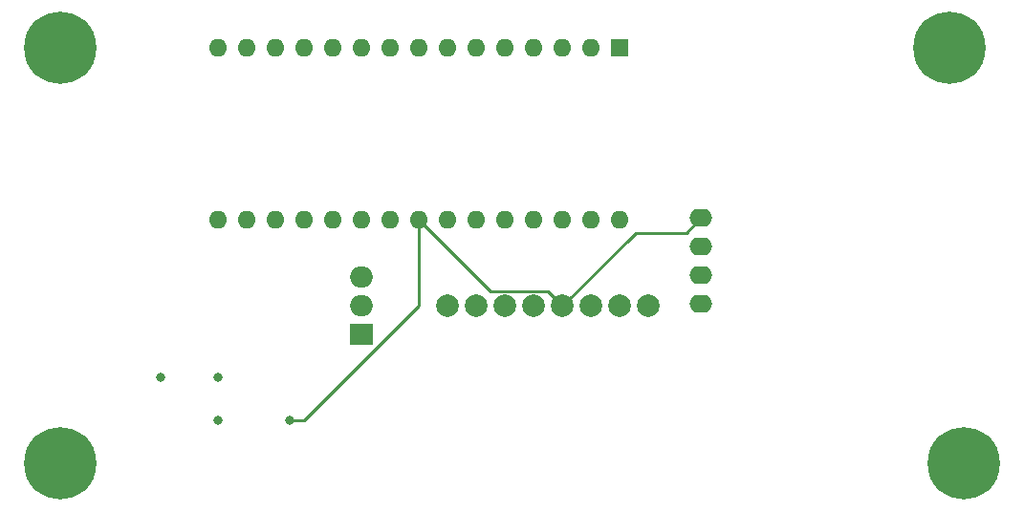
<source format=gbr>
G04 #@! TF.GenerationSoftware,KiCad,Pcbnew,(5.1.8)-1*
G04 #@! TF.CreationDate,2021-04-20T10:50:44+02:00*
G04 #@! TF.ProjectId,PB170,50423137-302e-46b6-9963-61645f706362,rev?*
G04 #@! TF.SameCoordinates,Original*
G04 #@! TF.FileFunction,Copper,L2,Inr*
G04 #@! TF.FilePolarity,Positive*
%FSLAX46Y46*%
G04 Gerber Fmt 4.6, Leading zero omitted, Abs format (unit mm)*
G04 Created by KiCad (PCBNEW (5.1.8)-1) date 2021-04-20 10:50:44*
%MOMM*%
%LPD*%
G01*
G04 APERTURE LIST*
G04 #@! TA.AperFunction,ComponentPad*
%ADD10O,2.000000X1.905000*%
G04 #@! TD*
G04 #@! TA.AperFunction,ComponentPad*
%ADD11R,2.000000X1.905000*%
G04 #@! TD*
G04 #@! TA.AperFunction,ComponentPad*
%ADD12C,2.000000*%
G04 #@! TD*
G04 #@! TA.AperFunction,ComponentPad*
%ADD13O,2.000000X1.600000*%
G04 #@! TD*
G04 #@! TA.AperFunction,ComponentPad*
%ADD14O,1.600000X1.600000*%
G04 #@! TD*
G04 #@! TA.AperFunction,ComponentPad*
%ADD15R,1.600000X1.600000*%
G04 #@! TD*
G04 #@! TA.AperFunction,ComponentPad*
%ADD16C,6.400000*%
G04 #@! TD*
G04 #@! TA.AperFunction,ViaPad*
%ADD17C,0.800000*%
G04 #@! TD*
G04 #@! TA.AperFunction,Conductor*
%ADD18C,0.250000*%
G04 #@! TD*
G04 APERTURE END LIST*
D10*
X66040000Y-57150000D03*
X66040000Y-59690000D03*
D11*
X66040000Y-62230000D03*
D12*
X73660000Y-59690000D03*
X76200000Y-59690000D03*
X78740000Y-59690000D03*
X81280000Y-59690000D03*
X83820000Y-59690000D03*
X86360000Y-59690000D03*
X88900000Y-59690000D03*
X91440000Y-59690000D03*
D13*
X96080000Y-56960000D03*
X96080000Y-59500000D03*
X96080000Y-54420000D03*
X96080000Y-51880000D03*
D14*
X53340000Y-52070000D03*
X53340000Y-36830000D03*
X88900000Y-52070000D03*
X55880000Y-36830000D03*
X86360000Y-52070000D03*
X58420000Y-36830000D03*
X83820000Y-52070000D03*
X60960000Y-36830000D03*
X81280000Y-52070000D03*
X63500000Y-36830000D03*
X78740000Y-52070000D03*
X66040000Y-36830000D03*
X76200000Y-52070000D03*
X68580000Y-36830000D03*
X73660000Y-52070000D03*
X71120000Y-36830000D03*
X71120000Y-52070000D03*
X73660000Y-36830000D03*
X68580000Y-52070000D03*
X76200000Y-36830000D03*
X66040000Y-52070000D03*
X78740000Y-36830000D03*
X63500000Y-52070000D03*
X81280000Y-36830000D03*
X60960000Y-52070000D03*
X83820000Y-36830000D03*
X58420000Y-52070000D03*
X86360000Y-36830000D03*
X55880000Y-52070000D03*
D15*
X88900000Y-36830000D03*
D16*
X39370000Y-73660000D03*
X119380000Y-73660000D03*
X118110000Y-36830000D03*
X39370000Y-36830000D03*
D17*
X48260000Y-66040000D03*
X53340000Y-69850000D03*
X59690000Y-69850000D03*
X53340000Y-66040000D03*
D18*
X94764999Y-53195001D02*
X90314999Y-53195001D01*
X90314999Y-53195001D02*
X83820000Y-59690000D01*
X96080000Y-51880000D02*
X94764999Y-53195001D01*
X77414999Y-58364999D02*
X71120000Y-52070000D01*
X82494999Y-58364999D02*
X77414999Y-58364999D01*
X83820000Y-59690000D02*
X82494999Y-58364999D01*
X71120000Y-59687502D02*
X60957502Y-69850000D01*
X71120000Y-52070000D02*
X71120000Y-59687502D01*
X60957502Y-69850000D02*
X59690000Y-69850000D01*
M02*

</source>
